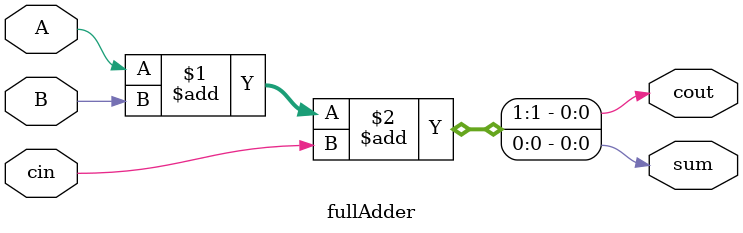
<source format=v>
`timescale 1ns/1ns

module eightbit( first, second, cin,  cout,  sum );

parameter n= 1;
input [n-1:0] first;
input [n-1:0]  second;
input cin;
output cout;
output [n-1:0]  sum;
genvar i;
wire [n-1:0] cout1;
  fullAdder add1(.A(first[0]),.B(second[0]),.cin(cin), .sum(sum[0]), .cout(cout1[0]));

generate
 
 
 for(i=1; i<n; i=i+1)
  begin
 
 fullAdder hh(.A(first[i]),.B(second[i]),.cin(cout1[i-1]), .sum(sum[i]), .cout(cout1[i]));
 end

 
endgenerate


assign cout= cout1[n-1];





endmodule


module fullAdder(
   input A,B,cin, output sum, cout);
   
   
   
  assign {cout, sum}= A+B+cin;
endmodule

</source>
